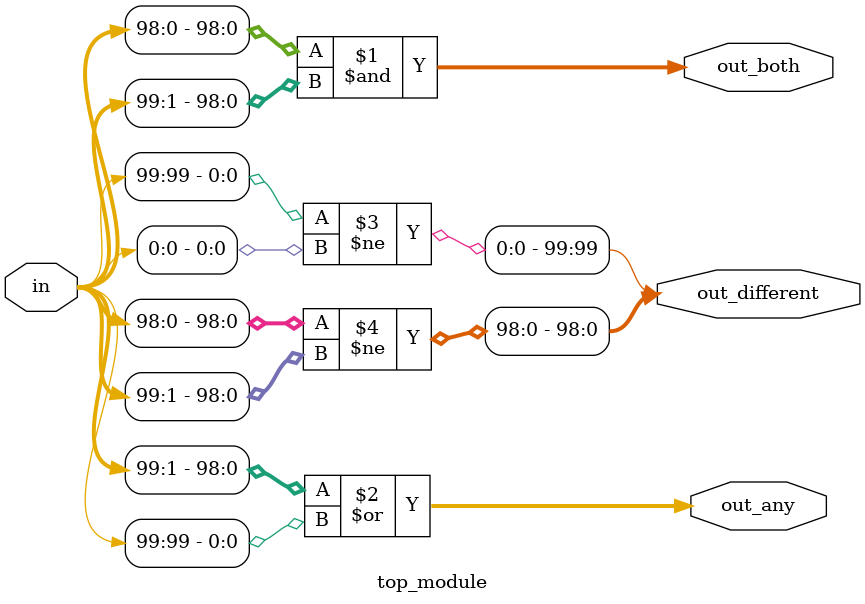
<source format=sv>
module top_module (
	input [99:0] in,
	output [98:0] out_both,
	output [99:1] out_any,
	output [99:0] out_different
);

	// Logic for out_both
	assign out_both[98:0] = in[98:0] & in[99:1];

	// Logic for out_any
	assign out_any[99:1] = in[99:1] | in[99];

	// Logic for out_different
	assign out_different[99] = (in[99] != in[0]);
	assign out_different[98:0] = (in[98:0] != in[99:1]);

endmodule

</source>
